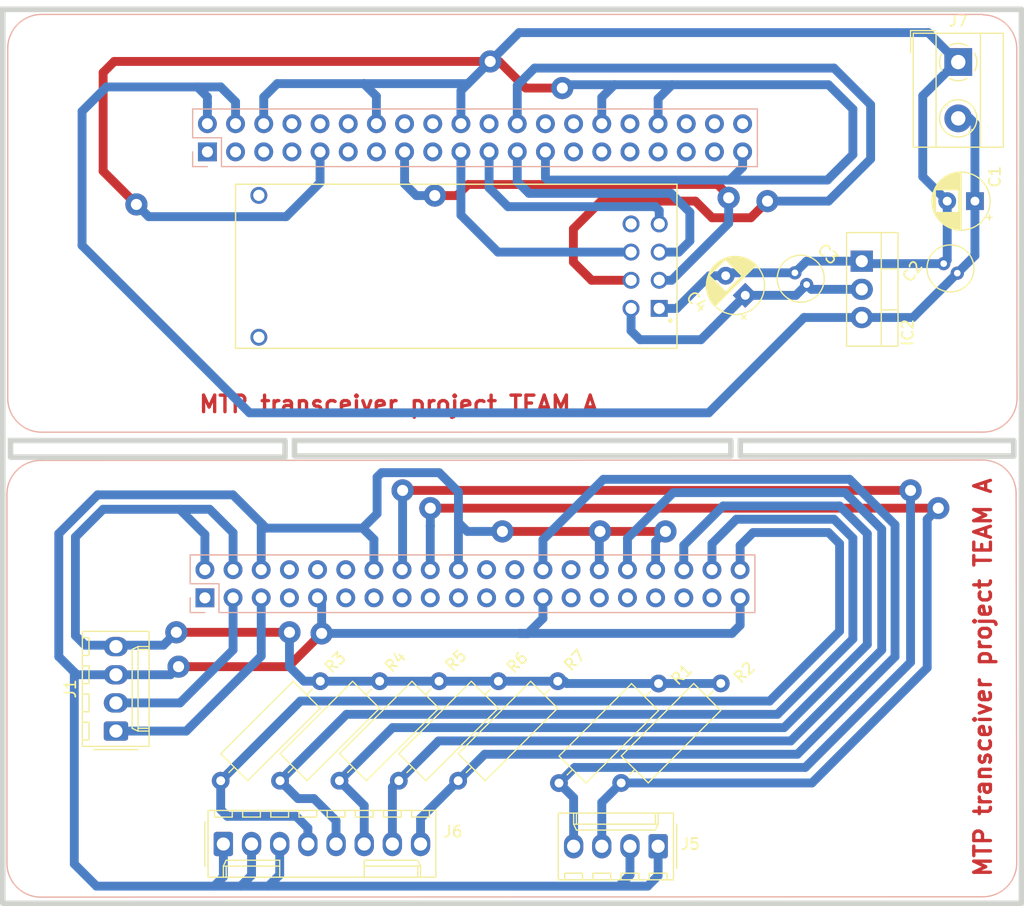
<source format=kicad_pcb>
(kicad_pcb (version 20240108) (generator "pcbnew") (generator_version "8.0")
  (title_block (date "15 nov 2012"))
  (layers (0 "F.Cu" signal) (31 "B.Cu" signal) (34 "B.Paste" user) (35 "F.Paste" user) (36 "B.SilkS" user "B.Silkscreen") (37 "F.SilkS" user "F.Silkscreen") (38 "B.Mask" user) (39 "F.Mask" user) (44 "Edge.Cuts" user))
  (net 0 "")
  (net 1 "GND")
  (net 2 "CSN")
  (net 3 "+5V")
  (net 4 "+3V3")
  (net 5 "CE")
  (net 6 "/interface/GPIO2{slash}SDA1")
  (net 7 "/interface/GPIO3{slash}SCL1")
  (net 9 "/Transceiver/GPIO18{slash}PCM.CLK")
  (net 10 "/Transceiver/GPIO26")
  (net 12 "/Transceiver/GPIO6")
  (net 13 "/Transceiver/GPIO16")
  (net 14 "/Transceiver/GPIO27")
  (net 16 "/Transceiver/GPIO24")
  (net 17 "/Transceiver/GPIO23")
  (net 18 "/Transceiver/GPIO10{slash}SPI0.MOSI")
  (net 19 "/Transceiver/GPIO4{slash}GPCLK0")
  (net 20 "/Transceiver/GPIO11{slash}SPI0.SCLK")
  (net 21 "/Transceiver/GPIO3{slash}SCL1")
  (net 22 "/Transceiver/GPIO14{slash}TXD0")
  (net 23 "/Transceiver/GPIO13{slash}PWM1")
  (net 24 "/Transceiver/GPIO19{slash}PCM.FS")
  (net 25 "/Transceiver/GPIO25")
  (net 26 "/Transceiver/GPIO9{slash}SPI0.MISO")
  (net 27 "/Transceiver/GPIO12{slash}PWM0")
  (net 28 "/Transceiver/GPIO21{slash}PCM.DOUT")
  (net 29 "/Transceiver/ID_SDA")
  (net 30 "/Transceiver/GPIO2{slash}SDA1")
  (net 31 "/Transceiver/ID_SCL")
  (net 32 "/Transceiver/GPIO7{slash}SPI0.CE1")
  (net 33 "/Transceiver/GPIO5")
  (net 34 "/Transceiver/GPIO15{slash}RXD0")
  (net 35 "/Transceiver/GPIO20{slash}PCM.DIN")
  (net 36 "/Transceiver/GPIO17")
  (net 38 "/interface/GPIO9{slash}SPI0.MISO")
  (net 39 "/interface/GPIO22")
  (net 40 "/interface/ID_SDA")
  (net 41 "/interface/GPIO19{slash}PCM.FS")
  (net 42 "/interface/GPIO20{slash}PCM.DIN")
  (net 43 "/interface/GPIO7{slash}SPI0.CE1")
  (net 44 "/interface/GPIO10{slash}SPI0.MOSI")
  (net 45 "/interface/GPIO21{slash}PCM.DOUT")
  (net 46 "/interface/ID_SCL")
  (net 47 "/interface/GPIO18{slash}PCM.CLK")
  (net 48 "/interface/GPIO25")
  (net 49 "/interface/GPIO4{slash}GPCLK0")
  (net 50 "/interface/GPIO11{slash}SPI0.SCLK")
  (net 51 "/interface/GPIO5")
  (net 52 "/interface/GPIO13{slash}PWM1")
  (net 53 "/interface/GPIO8{slash}SPI0.CE0")
  (net 54 "/interface/GPIO12{slash}PWM0")
  (net 55 "/interface/GPIO16")
  (net 56 "/interface/GPIO26")
  (net 57 "/interface/GPIO23")
  (net 58 "/interface/GPIO14{slash}TXD0")
  (net 59 "/interface/GPIO27")
  (net 60 "/interface/GPIO15{slash}RXD0")
  (net 61 "/interface/GPIO24")
  (net 62 "/interface/GPIO6")
  (net 63 "/interface/GPIO17")
  (net 65 "GND1")
  (net 66 "+5VA")
  (footprint "Resistor_THT:R_Axial_DIN0309_L9.0mm_D3.2mm_P12.70mm_Horizontal" (layer "F.Cu") (at 123.885192 182.809872 -135)
    (property "Reference" "R5" (at -2.4 0.25 45) (layer "F.SilkS"))
    (property "Value" "220")
    (pad "1" thru_hole circle (at 0 0 225) (size 1.6 1.6) (drill 0.8) (layers "*.Cu" "*.Mask") (net 66 "+5VA"))
    (pad "2" thru_hole oval (at 12.7 0 225) (size 1.6 1.6) (drill 0.8) (layers "*.Cu" "*.Mask") (net 55 "/interface/GPIO16"))
  )
  (footprint "Capacitor_THT:C_Radial_D4.0mm_H5.0mm_P1.50mm" (layer "F.Cu") (at 157.03033 147.03033 135)
    (property "Reference" "C3" (at 0.6 3.299999 135) (layer "F.SilkS"))
    (property "Value" "33uF")
    (pad "1" thru_hole circle (at 0 0 135) (size 1.2 1.2) (drill 0.6) (layers "*.Cu" "*.Mask") (net 4 "+3V3"))
    (pad "2" thru_hole circle (at 1.5 -0.000001 135) (size 1.2 1.2) (drill 0.6) (layers "*.Cu" "*.Mask") (net 1 "GND"))
  )
  (footprint "Connector_Molex:Molex_KK-254_AE-6410-04A_1x04_P2.54mm_Vertical" (layer "F.Cu") (at 94.755 187.31 90)
    (property "Reference" "J1" (at 3.81 -4.12 90) (layer "F.SilkS"))
    (property "Value" "LCD_screeen")
    (pad "1" thru_hole roundrect (at 0 0 90) (size 1.74 2.19) (drill 1.19) (layers "*.Cu" "*.Mask") (roundrect_rratio 0.143678) (net 7 "/interface/GPIO3{slash}SCL1"))
    (pad "2" thru_hole oval (at 2.54 0 90) (size 1.74 2.19) (drill 1.19) (layers "*.Cu" "*.Mask") (net 6 "/interface/GPIO2{slash}SDA1"))
    (pad "3" thru_hole oval (at 5.08 0 90) (size 1.74 2.19) (drill 1.19) (layers "*.Cu" "*.Mask") (net 65 "GND1"))
    (pad "4" thru_hole oval (at 7.62 0 90) (size 1.74 2.19) (drill 1.19) (layers "*.Cu" "*.Mask") (net 66 "+5VA"))
  )
  (footprint "Package_TO_SOT_THT:TO-220-3_Vertical" (layer "F.Cu") (at 162 144.92 -90)
    (property "Reference" "IC2" (at 6.44 -4.145 90) (layer "F.SilkS"))
    (property "Value" "LD1117v33")
    (pad "1" thru_hole rect (at 0 0 270) (size 1.905 2) (drill 1.1) (layers "*.Cu" "*.Mask") (net 1 "GND"))
    (pad "2" thru_hole oval (at 2.54 0 270) (size 1.905 2) (drill 1.1) (layers "*.Cu" "*.Mask") (net 4 "+3V3"))
    (pad "3" thru_hole oval (at 5.08 0 270) (size 1.905 2) (drill 1.1) (layers "*.Cu" "*.Mask") (net 3 "+5V"))
  )
  (footprint "Resistor_THT:R_Axial_DIN0309_L9.0mm_D3.2mm_P12.70mm_Horizontal" (layer "F.Cu") (at 134.590128 182.809872 -135)
    (property "Reference" "R7" (at -2.4 0.25 45) (layer "F.SilkS"))
    (property "Value" "220")
    (pad "1" thru_hole circle (at 0 0 225) (size 1.6 1.6) (drill 0.8) (layers "*.Cu" "*.Mask") (net 66 "+5VA"))
    (pad "2" thru_hole oval (at 12.7 0 225) (size 1.6 1.6) (drill 0.8) (layers "*.Cu" "*.Mask") (net 43 "/interface/GPIO7{slash}SPI0.CE1"))
  )
  (footprint "NRF24L01P-MODULE-PCB:XCVR_NRF24L01P-MODULE-PCB" (layer "F.Cu") (at 145.8399 137.48 180)
    (property "Reference" "U1" (hide yes))
    (property "Value" "NRF24L01P")
    (pad "1" thru_hole rect (at 2.1 -11.7 180) (size 1.524 1.524) (drill 1.016) (layers "*.Cu" "*.Mask") (net 1 "GND"))
    (pad "2" thru_hole circle (at 4.6399 -11.7 180) (size 1.524 1.524) (drill 1.016) (layers "*.Cu" "*.Mask") (net 4 "+3V3"))
    (pad "3" thru_hole circle (at 2.1 -9.16 180) (size 1.524 1.524) (drill 1.016) (layers "*.Cu" "*.Mask") (net 5 "CE"))
    (pad "4" thru_hole circle (at 4.6399 -9.16 180) (size 1.524 1.524) (drill 1.016) (layers "*.Cu" "*.Mask") (net 2 "CSN"))
    (pad "5" thru_hole circle (at 2.1 -6.62 180) (size 1.524 1.524) (drill 1.016) (layers "*.Cu" "*.Mask") (net 20 "/Transceiver/GPIO11{slash}SPI0.SCLK"))
    (pad "6" thru_hole circle (at 4.6399 -6.62 180) (size 1.524 1.524) (drill 1.016) (layers "*.Cu" "*.Mask") (net 18 "/Transceiver/GPIO10{slash}SPI0.MOSI"))
    (pad "7" thru_hole circle (at 2.1 -4.08 180) (size 1.524 1.524) (drill 1.016) (layers "*.Cu" "*.Mask") (net 26 "/Transceiver/GPIO9{slash}SPI0.MISO"))
    (pad "8" thru_hole circle (at 4.6399 -4.08 180) (size 1.524 1.524) (drill 1.016) (layers "*.Cu" "*.Mask"))
    (pad "GND" thru_hole circle (at 38.2 -14.3 180) (size 1.524 1.524) (drill 1.016) (layers "*.Cu" "*.Mask"))
    (pad "GND" thru_hole circle (at 38.2 -1.5 180) (size 1.524 1.524) (drill 1.016) (layers "*.Cu" "*.Mask"))
  )
  (footprint "Connector_Molex:Molex_KK-254_AE-6410-04A_1x04_P2.54mm_Vertical" (layer "F.Cu") (at 143.64 197.7 180)
    (property "Reference" "J5" (at -2.9 0.2 0) (layer "F.SilkS"))
    (property "Value" "Switches")
    (pad "1" thru_hole roundrect (at 0 0 180) (size 1.74 2.19) (drill 1.19) (layers "*.Cu" "*.Mask") (roundrect_rratio 0.143678) (net 65 "GND1"))
    (pad "2" thru_hole oval (at 2.54 0 180) (size 1.74 2.19) (drill 1.19) (layers "*.Cu" "*.Mask") (net 65 "GND1"))
    (pad "3" thru_hole oval (at 5.08 0 180) (size 1.74 2.19) (drill 1.19) (layers "*.Cu" "*.Mask") (net 61 "/interface/GPIO24"))
    (pad "4" thru_hole oval (at 7.62 0 180) (size 1.74 2.19) (drill 1.19) (layers "*.Cu" "*.Mask") (net 57 "/interface/GPIO23"))
  )
  (footprint "Resistor_THT:R_Axial_DIN0309_L9.0mm_D3.2mm_P12.70mm_Horizontal" (layer "F.Cu") (at 118.532724 182.809872 -135)
    (property "Reference" "R4" (at -2.25 0.25 45) (layer "F.SilkS"))
    (property "Value" "220")
    (pad "1" thru_hole circle (at 0 0 225) (size 1.6 1.6) (drill 0.8) (layers "*.Cu" "*.Mask") (net 66 "+5VA"))
    (pad "2" thru_hole oval (at 12.7 0 225) (size 1.6 1.6) (drill 0.8) (layers "*.Cu" "*.Mask") (net 42 "/interface/GPIO20{slash}PCM.DIN"))
  )
  (footprint "TerminalBlock_MetzConnect:TerminalBlock_MetzConnect_Type101_RT01602HBWC_1x02_P5.08mm_Horizontal" (layer "F.Cu") (at 170.7 126.955 -90)
    (property "Reference" "J7" (at -3.72 0 0) (layer "F.SilkS"))
    (property "Value" "Screw_Terminal_01x02")
    (pad "1" thru_hole rect (at 0 0 270) (size 2.5 2.5) (drill 1.3) (layers "*.Cu" "*.Mask") (net 1 "GND"))
    (pad "2" thru_hole circle (at 5.08 0 270) (size 2.5 2.5) (drill 1.3) (layers "*.Cu" "*.Mask") (net 3 "+5V"))
  )
  (footprint "Connector_Molex:Molex_KK-254_AE-6410-08A_1x08_P2.54mm_Vertical" (layer "F.Cu") (at 104.44 197.5)
    (property "Reference" "J6" (at 20.7 -1.125 0) (layer "F.SilkS"))
    (property "Value" "LED_status")
    (pad "1" thru_hole roundrect (at 0 0) (size 1.74 2.19) (drill 1.19) (layers "*.Cu" "*.Mask") (roundrect_rratio 0.143678) (net 65 "GND1"))
    (pad "2" thru_hole oval (at 2.54 0) (size 1.74 2.19) (drill 1.19) (layers "*.Cu" "*.Mask") (net 65 "GND1"))
    (pad "3" thru_hole oval (at 5.08 0) (size 1.74 2.19) (drill 1.19) (layers "*.Cu" "*.Mask") (net 65 "GND1"))
    (pad "4" thru_hole oval (at 7.62 0) (size 1.74 2.19) (drill 1.19) (layers "*.Cu" "*.Mask") (net 45 "/interface/GPIO21{slash}PCM.DOUT"))
    (pad "5" thru_hole oval (at 10.16 0) (size 1.74 2.19) (drill 1.19) (layers "*.Cu" "*.Mask") (net 42 "/interface/GPIO20{slash}PCM.DIN"))
    (pad "6" thru_hole oval (at 12.7 0) (size 1.74 2.19) (drill 1.19) (layers "*.Cu" "*.Mask") (net 55 "/interface/GPIO16"))
    (pad "7" thru_hole oval (at 15.24 0) (size 1.74 2.19) (drill 1.19) (layers "*.Cu" "*.Mask") (net 54 "/interface/GPIO12{slash}PWM0"))
    (pad "8" thru_hole oval (at 17.78 0) (size 1.74 2.19) (drill 1.19) (layers "*.Cu" "*.Mask") (net 43 "/interface/GPIO7{slash}SPI0.CE1"))
  )
  (footprint "Resistor_THT:R_Axial_DIN0309_L9.0mm_D3.2mm_P12.70mm_Horizontal" (layer "F.Cu") (at 129.23766 182.809872 -135)
    (property "Reference" "R6" (at -2.4 0 45) (layer "F.SilkS"))
    (property "Value" "220")
    (pad "1" thru_hole circle (at 0 0 225) (size 1.6 1.6) (drill 0.8) (layers "*.Cu" "*.Mask") (net 66 "+5VA"))
    (pad "2" thru_hole oval (at 12.7 0 225) (size 1.6 1.6) (drill 0.8) (layers "*.Cu" "*.Mask") (net 54 "/interface/GPIO12{slash}PWM0"))
  )
  (footprint "Resistor_THT:R_Axial_DIN0309_L9.0mm_D3.2mm_P12.70mm_Horizontal" (layer "F.Cu") (at 149.290128 183.009872 -135)
    (property "Reference" "R2" (at -2.199999 -0.8 45) (layer "F.SilkS"))
    (property "Value" "220")
    (pad "1" thru_hole circle (at 0 0 225) (size 1.6 1.6) (drill 0.8) (layers "*.Cu" "*.Mask") (net 66 "+5VA"))
    (pad "2" thru_hole oval (at 12.7 0 225) (size 1.6 1.6) (drill 0.8) (layers "*.Cu" "*.Mask") (net 61 "/interface/GPIO24"))
  )
  (footprint "Capacitor_THT:CP_Radial_D5.0mm_P2.50mm" (layer "F.Cu") (at 172.205113 139.5 180)
    (property "Reference" "C1" (at -1.794888 2.2 90) (layer "F.SilkS"))
    (property "Value" "10uF")
    (pad "1" thru_hole rect (at 0 0 180) (size 1.6 1.6) (drill 0.8) (layers "*.Cu" "*.Mask") (net 3 "+5V"))
    (pad "2" thru_hole circle (at 2.5 0 180) (size 1.6 1.6) (drill 0.8) (layers "*.Cu" "*.Mask") (net 1 "GND"))
  )
  (footprint "Resistor_THT:R_Axial_DIN0309_L9.0mm_D3.2mm_P12.70mm_Horizontal" (layer "F.Cu") (at 143.680256 183.019744 -135)
    (property "Reference" "R1" (at -2.05 -0.9 45) (layer "F.SilkS"))
    (property "Value" "220")
    (pad "1" thru_hole circle (at 0 0 225) (size 1.6 1.6) (drill 0.8) (layers "*.Cu" "*.Mask") (net 66 "+5VA"))
    (pad "2" thru_hole oval (at 12.7 0 225) (size 1.6 1.6) (drill 0.8) (layers "*.Cu" "*.Mask") (net 57 "/interface/GPIO23"))
  )
  (footprint "Capacitor_THT:CP_Radial_D5.0mm_P2.50mm" (layer "F.Cu") (at 151.5 148 135)
    (property "Reference" "C4" (at 2.695588 -3.504159 135) (layer "F.SilkS"))
    (property "Value" "10uF")
    (pad "1" thru_hole rect (at 0 0 135) (size 1.6 1.6) (drill 0.8) (layers "*.Cu" "*.Mask") (net 4 "+3V3"))
    (pad "2" thru_hole circle (at 2.5 0 135) (size 1.6 1.6) (drill 0.8) (layers "*.Cu" "*.Mask") (net 1 "GND"))
  )
  (footprint "Capacitor_THT:C_Radial_D4.0mm_H5.0mm_P1.50mm" (layer "F.Cu") (at 170.614364 146 145)
    (property "Reference" "C2" (at 3.4 -2.2 55) (layer "F.SilkS"))
    (property "Value" "0,47uF")
    (pad "1" thru_hole circle (at 0 0 145) (size 1.2 1.2) (drill 0.6) (layers "*.Cu" "*.Mask") (net 3 "+5V"))
    (pad "2" thru_hole circle (at 1.5 0 145) (size 1.2 1.2) (drill 0.6) (layers "*.Cu" "*.Mask") (net 1 "GND"))
  )
  (footprint "Resistor_THT:R_Axial_DIN0309_L9.0mm_D3.2mm_P12.70mm_Horizontal" (layer "F.Cu") (at 113.180256 182.809872 -135)
    (property "Reference" "R3" (at -2.15 0.25 45) (layer "F.SilkS"))
    (property "Value" "220")
    (pad "1" thru_hole circle (at 0 0 225) (size 1.6 1.6) (drill 0.8) (layers "*.Cu" "*.Mask") (net 66 "+5VA"))
    (pad "2" thru_hole oval (at 12.7 0 225) (size 1.6 1.6) (drill 0.8) (layers "*.Cu" "*.Mask") (net 45 "/interface/GPIO21{slash}PCM.DOUT"))
  )
  (footprint "Module:Raspberry_Pi_Zero_Socketed_THT_FaceDown_MountingHoles" (layer "B.Cu") (at 102.775 175.29 -90)
    (property "Reference" "J4" (hide yes))
    (property "Value" "GPIO" (hide yes))
    (pad "" np_thru_hole circle (at -1.27 -53.13 180) (size 2.75 2.75) (drill 2.75) (layers "*.Cu" "*.Mask"))
    (pad "" np_thru_hole circle (at -1.27 4.87 180) (size 2.75 2.75) (drill 2.75) (layers "*.Cu" "*.Mask"))
    (pad "" np_thru_hole circle (at 21.73 -53.13 180) (size 2.75 2.75) (drill 2.75) (layers "*.Cu" "*.Mask"))
    (pad "" np_thru_hole circle (at 21.73 4.87 180) (size 2.75 2.75) (drill 2.75) (layers "*.Cu" "*.Mask"))
    (pad "1" thru_hole rect (at 0 0 270) (size 1.7 1.7) (drill 1) (layers "*.Cu" "*.Mask"))
    (pad "2" thru_hole oval (at -2.54 0 270) (size 1.7 1.7) (drill 1) (layers "*.Cu" "*.Mask") (net 66 "+5VA"))
    (pad "3" thru_hole oval (at 0 -2.54 270) (size 1.7 1.7) (drill 1) (layers "*.Cu" "*.Mask") (net 6 "/interface/GPIO2{slash}SDA1"))
    (pad "4" thru_hole oval (at -2.54 -2.54 270) (size 1.7 1.7) (drill 1) (layers "*.Cu" "*.Mask") (net 66 "+5VA"))
    (pad "5" thru_hole oval (at 0 -5.08 270) (size 1.7 1.7) (drill 1) (layers "*.Cu" "*.Mask") (net 7 "/interface/GPIO3{slash}SCL1"))
    (pad "6" thru_hole oval (at -2.54 -5.08 270) (size 1.7 1.7) (drill 1) (layers "*.Cu" "*.Mask") (net 65 "GND1"))
    (pad "7" thru_hole oval (at 0 -7.62 270) (size 1.7 1.7) (drill 1) (layers "*.Cu" "*.Mask") (net 49 "/interface/GPIO4{slash}GPCLK0"))
    (pad "8" thru_hole oval (at -2.54 -7.62 270) (size 1.7 1.7) (drill 1) (layers "*.Cu" "*.Mask") (net 58 "/interface/GPIO14{slash}TXD0"))
    (pad "9" thru_hole oval (at 0 -10.16 270) (size 1.7 1.7) (drill 1) (layers "*.Cu" "*.Mask") (net 65 "GND1"))
    (pad "10" thru_hole oval (at -2.54 -10.16 270) (size 1.7 1.7) (drill 1) (layers "*.Cu" "*.Mask") (net 60 "/interface/GPIO15{slash}RXD0"))
    (pad "11" thru_hole oval (at 0 -12.7 270) (size 1.7 1.7) (drill 1) (layers "*.Cu" "*.Mask") (net 63 "/interface/GPIO17"))
    (pad "12" thru_hole oval (at -2.54 -12.7 270) (size 1.7 1.7) (drill 1) (layers "*.Cu" "*.Mask") (net 47 "/interface/GPIO18{slash}PCM.CLK"))
    (pad "13" thru_hole oval (at 0 -15.24 270) (size 1.7 1.7) (drill 1) (layers "*.Cu" "*.Mask") (net 59 "/interface/GPIO27"))
    (pad "14" thru_hole oval (at -2.54 -15.24 270) (size 1.7 1.7) (drill 1) (layers "*.Cu" "*.Mask") (net 65 "GND1"))
    (pad "15" thru_hole oval (at 0 -17.78 270) (size 1.7 1.7) (drill 1) (layers "*.Cu" "*.Mask") (net 39 "/interface/GPIO22"))
    (pad "16" thru_hole oval (at -2.54 -17.78 270) (size 1.7 1.7) (drill 1) (layers "*.Cu" "*.Mask") (net 57 "/interface/GPIO23"))
    (pad "17" thru_hole oval (at 0 -20.32 270) (size 1.7 1.7) (drill 1) (layers "*.Cu" "*.Mask"))
    (pad "18" thru_hole oval (at -2.54 -20.32 270) (size 1.7 1.7) (drill 1) (layers "*.Cu" "*.Mask") (net 61 "/interface/GPIO24"))
    (pad "19" thru_hole oval (at 0 -22.86 270) (size 1.7 1.7) (drill 1) (layers "*.Cu" "*.Mask") (net 44 "/interface/GPIO10{slash}SPI0.MOSI"))
    (pad "20" thru_hole oval (at -2.54 -22.86 270) (size 1.7 1.7) (drill 1) (layers "*.Cu" "*.Mask") (net 65 "GND1"))
    (pad "21" thru_hole oval (at 0 -25.4 270) (size 1.7 1.7) (drill 1) (layers "*.Cu" "*.Mask") (net 38 "/interface/GPIO9{slash}SPI0.MISO"))
    (pad "22" thru_hole oval (at -2.54 -25.4 270) (size 1.7 1.7) (drill 1) (layers "*.Cu" "*.Mask") (net 48 "/interface/GPIO25"))
    (pad "23" thru_hole oval (at 0 -27.94 270) (size 1.7 1.7) (drill 1) (layers "*.Cu" "*.Mask") (net 50 "/interface/GPIO11{slash}SPI0.SCLK"))
    (pad "24" thru_hole oval (at -2.54 -27.94 270) (size 1.7 1.7) (drill 1) (layers "*.Cu" "*.Mask") (net 53 "/interface/GPIO8{slash}SPI0.CE0"))
    (pad "25" thru_hole oval (at 0 -30.48 270) (size 1.7 1.7) (drill 1) (layers "*.Cu" "*.Mask") (net 65 "GND1"))
    (pad "26" thru_hole oval (at -2.54 -30.48 270) (size 1.7 1.7) (drill 1) (layers "*.Cu" "*.Mask") (net 43 "/interface/GPIO7{slash}SPI0.CE1"))
    (pad "27" thru_hole oval (at 0 -33.02 270) (size 1.7 1.7) (drill 1) (layers "*.Cu" "*.Mask") (net 40 "/interface/ID_SDA"))
    (pad "28" thru_hole oval (at -2.54 -33.02 270) (size 1.7 1.7) (drill 1) (layers "*.Cu" "*.Mask") (net 46 "/interface/ID_SCL"))
    (pad "29" thru_hole oval (at 0 -35.56 270) (size 1.7 1.7) (drill 1) (layers "*.Cu" "*.Mask") (net 51 "/interface/GPIO5"))
    (pad "30" thru_hole oval (at -2.54 -35.56 270) (size 1.7 1.7) (drill 1) (layers "*.Cu" "*.Mask") (net 65 "GND1"))
    (pad "31" thru_hole oval (at 0 -38.1 270) (size 1.7 1.7) (drill 1) (layers "*.Cu" "*.Mask") (net 62 "/interface/GPIO6"))
    (pad "32" thru_hole oval (at -2.54 -38.1 270) (size 1.7 1.7) (drill 1) (layers "*.Cu" "*.Mask") (net 54 "/interface/GPIO12{slash}PWM0"))
    (pad "33" thru_hole oval (at 0 -40.64 270) (size 1.7 1.7) (drill 1) (layers "*.Cu" "*.Mask") (net 52 "/interface/GPIO13{slash}PWM1"))
    (pad "34" thru_hole oval (at -2.54 -40.64 270) (size 1.7 1.7) (drill 1) (layers "*.Cu" "*.Mask") (net 65 "GND1"))
    (pad "35" thru_hole oval (at 0 -43.18 270) (size 1.7 1.7) (drill 1) (layers "*.Cu" "*.Mask") (net 41 "/interface/GPIO19{slash}PCM.FS"))
    (pad "36" thru_hole oval (at -2.54 -43.18 270) (size 1.7 1.7) (drill 1) (layers "*.Cu" "*.Mask") (net 55 "/interface/GPIO16"))
    (pad "37" thru_hole oval (at 0 -45.72 270) (size 1.7 1.7) (drill 1) (layers "*.Cu" "*.Mask") (net 56 "/interface/GPIO26"))
    (pad "38" thru_hole oval (at -2.54 -45.72 270) (size 1.7 1.7) (drill 1) (layers "*.Cu" "*.Mask") (net 42 "/interface/GPIO20{slash}PCM.DIN"))
    (pad "39" thru_hole oval (at 0 -48.26 270) (size 1.7 1.7) (drill 1) (layers "*.Cu" "*.Mask") (net 65 "GND1"))
    (pad "40" thru_hole oval (at -2.54 -48.26 270) (size 1.7 1.7) (drill 1) (layers "*.Cu" "*.Mask") (net 45 "/interface/GPIO21{slash}PCM.DOUT"))
  )
  (footprint "Module:Raspberry_Pi_Zero_Socketed_THT_FaceDown_MountingHoles" (layer "B.Cu") (at 102.999064 135.057077 -90)
    (property "Reference" "J3" (hide yes))
    (property "Value" "GPIO" (hide yes))
    (pad "" np_thru_hole circle (at -1.27 -53.13 180) (size 2.75 2.75) (drill 2.75) (layers "*.Cu" "*.Mask"))
    (pad "" np_thru_hole circle (at -1.27 4.87 180) (size 2.75 2.75) (drill 2.75) (layers "*.Cu" "*.Mask"))
    (pad "" np_thru_hole circle (at 21.73 -53.13 180) (size 2.75 2.75) (drill 2.75) (layers "*.Cu" "*.Mask"))
    (pad "" np_thru_hole circle (at 21.73 4.87 180) (size 2.75 2.75) (drill 2.75) (layers "*.Cu" "*.Mask"))
    (pad "1" thru_hole rect (at 0 0 270) (size 1.7 1.7) (drill 1) (layers "*.Cu" "*.Mask"))
    (pad "2" thru_hole oval (at -2.54 0 270) (size 1.7 1.7) (drill 1) (layers "*.Cu" "*.Mask") (net 3 "+5V"))
    (pad "3" thru_hole oval (at 0 -2.54 270) (size 1.7 1.7) (drill 1) (layers "*.Cu" "*.Mask") (net 30 "/Transceiver/GPIO2{slash}SDA1"))
    (pad "4" thru_hole oval (at -2.54 -2.54 270) (size 1.7 1.7) (drill 1) (layers "*.Cu" "*.Mask") (net 3 "+5V"))
    (pad "5" thru_hole oval (at 0 -5.08 270) (size 1.7 1.7) (drill 1) (layers "*.Cu" "*.Mask") (net 21 "/Transceiver/GPIO3{slash}SCL1"))
    (pad "6" thru_hole oval (at -2.54 -5.08 270) (size 1.7 1.7) (drill 1) (layers "*.Cu" "*.Mask") (net 1 "GND"))
    (pad "7" thru_hole oval (at 0 -7.62 270) (size 1.7 1.7) (drill 1) (layers "*.Cu" "*.Mask") (net 19 "/Transceiver/GPIO4{slash}GPCLK0"))
    (pad "8" thru_hole oval (at -2.54 -7.62 270) (size 1.7 1.7) (drill 1) (layers "*.Cu" "*.Mask") (net 22 "/Transceiver/GPIO14{slash}TXD0"))
    (pad "9" thru_hole oval (at 0 -10.16 270) (size 1.7 1.7) (drill 1) (layers "*.Cu" "*.Mask") (net 1 "GND"))
    (pad "10" thru_hole oval (at -2.54 -10.16 270) (size 1.7 1.7) (drill 1) (layers "*.Cu" "*.Mask") (net 34 "/Transceiver/GPIO15{slash}RXD0"))
    (pad "11" thru_hole oval (at 0 -12.7 270) (size 1.7 1.7) (drill 1) (layers "*.Cu" "*.Mask") (net 36 "/Transceiver/GPIO17"))
    (pad "12" thru_hole oval (at -2.54 -12.7 270) (size 1.7 1.7) (drill 1) (layers "*.Cu" "*.Mask") (net 9 "/Transceiver/GPIO18{slash}PCM.CLK"))
    (pad "13" thru_hole oval (at 0 -15.24 270) (size 1.7 1.7) (drill 1) (layers "*.Cu" "*.Mask") (net 14 "/Transceiver/GPIO27"))
    (pad "14" thru_hole oval (at -2.54 -15.24 270) (size 1.7 1.7) (drill 1) (layers "*.Cu" "*.Mask") (net 1 "GND"))
    (pad "15" thru_hole oval (at 0 -17.78 270) (size 1.7 1.7) (drill 1) (layers "*.Cu" "*.Mask") (net 5 "CE"))
    (pad "16" thru_hole oval (at -2.54 -17.78 270) (size 1.7 1.7) (drill 1) (layers "*.Cu" "*.Mask") (net 17 "/Transceiver/GPIO23"))
    (pad "17" thru_hole oval (at 0 -20.32 270) (size 1.7 1.7) (drill 1) (layers "*.Cu" "*.Mask"))
    (pad "18" thru_hole oval (at -2.54 -20.32 270) (size 1.7 1.7) (drill 1) (layers "*.Cu" "*.Mask") (net 16 "/Transceiver/GPIO24"))
    (pad "19" thru_hole oval (at 0 -22.86 270) (size 1.7 1.7) (drill 1) (layers "*.Cu" "*.Mask") (net 18 "/Transceiver/GPIO10{slash}SPI0.MOSI"))
    (pad "20" thru_hole oval (at -2.54 -22.86 270) (size 1.7 1.7) (drill 1) (layers "*.Cu" "*.Mask") (net 1 "GND"))
    (pad "21" thru_hole oval (at 0 -25.4 270) (size 1.7 1.7) (drill 1) (layers "*.Cu" "*.Mask") (net 26 "/Transceiver/GPIO9{slash}SPI0.MISO"))
    (pad "22" thru_hole oval (at -2.54 -25.4 270) (size 1.7 1.7) (drill 1) (layers "*.Cu" "*.Mask") (net 25 "/Transceiver/GPIO25"))
    (pad "23" thru_hole oval (at 0 -27.94 270) (size 1.7 1.7) (drill 1) (layers "*.Cu" "*.Mask") (net 20 "/Transceiver/GPIO11{slash}SPI0.SCLK"))
    (pad "24" thru_hole oval (at -2.54 -27.94 270) (size 1.7 1.7) (drill 1) (layers "*.Cu" "*.Mask") (net 2 "CSN"))
    (pad "25" thru_hole oval (at 0 -30.48 270) (size 1.7 1.7) (drill 1) (layers "*.Cu" "*.Mask") (net 1 "GND"))
    (pad "26" thru_hole oval (at -2.54 -30.48 270) (size 1.7 1.7) (drill 1) (layers "*.Cu" "*.Mask") (net 32 "/Transceiver/GPIO7{slash}SPI0.CE1"))
    (pad "27" thru_hole oval (at 0 -33.02 270) (size 1.7 1.7) (drill 1) (layers "*.Cu" "*.Mask") (net 29 "/Transceiver/ID_SDA"))
    (pad "28" thru_hole oval (at -2.54 -33.02 270) (size 1.7 1.7) (drill 1) (layers "*.Cu" "*.Mask") (net 31 "/Transceiver/ID_SCL"))
    (pad "29" thru_hole oval (at 0 -35.56 270) (size 1.7 1.7) (drill 1) (layers "*.Cu" "*.Mask") (net 33 "/Transceiver/GPIO5"))
    (pad "30" thru_hole oval (at -2.54 -35.56 270) (size 1.7 1.7) (drill 1) (layers "*.Cu" "*.Mask") (net 1 "GND"))
    (pad "31" thru_hole oval (at 0 -38.1 270) (size 1.7 1.7) (drill 1) (layers "*.Cu" "*.Mask") (net 12 "/Transceiver/GPIO6"))
    (pad "32" thru_hole oval (at -2.54 -38.1 270) (size 1.7 1.7) (drill 1) (layers "*.Cu" "*.Mask") (net 27 "/Transceiver/GPIO12{slash}PWM0"))
    (pad "33" thru_hole oval (at 0 -40.64 270) (size 1.7 1.7) (drill 1) (layers "*.Cu" "*.Mask") (net 23 "/Transceiver/GPIO13{slash}PWM1"))
    (pad "34" thru_hole oval (at -2.54 -40.64 270) (size 1.7 1.7) (drill 1) (layers "*.Cu" "*.Mask") (net 1 "GND"))
    (pad "35" thru_hole oval (at 0 -43.18 270) (size 1.7 1.7) (drill 1) (layers "*.Cu" "*.Mask") (net 24 "/Transceiver/GPIO19{slash}PCM.FS"))
    (pad "36" thru_hole oval (at -2.54 -43.18 270) (size 1.7 1.7) (drill 1) (layers "*.Cu" "*.Mask") (net 13 "/Transceiver/GPIO16"))
    (pad "37" thru_hole oval (at 0 -45.72 270) (size 1.7 1.7) (drill 1) (layers "*.Cu" "*.Mask") (net 10 "/Transceiver/GPIO26"))
    (pad "38" thru_hole oval (at -2.54 -45.72 270) (size 1.7 1.7) (drill 1) (layers "*.Cu" "*.Mask") (net 35 "/Transceiver/GPIO20{slash}PCM.DIN"))
    (pad "39" thru_hole oval (at 0 -48.26 270) (size 1.7 1.7) (drill 1) (layers "*.Cu" "*.Mask") (net 1 "GND"))
    (pad "40" thru_hole oval (at -2.54 -48.26 270) (size 1.7 1.7) (drill 1) (layers "*.Cu" "*.Mask") (net 28 "/Transceiver/GPIO21{slash}PCM.DOUT"))
  )
  (gr_rect (start 151.05 161.1) (end 175.7 162.5) (stroke (width 0.5)) (fill none) (layer "Edge.Cuts"))
  (gr_rect (start 84.55 122.2) (end 176.4 202.85) (stroke (width 0.5)) (fill none) (layer "Edge.Cuts"))
  (gr_rect (start 110.85 161.1) (end 150.2 162.5) (stroke (width 0.5)) (fill none) (layer "Edge.Cuts"))
  (gr_rect (start 85.25 161.1) (end 110 162.6) (stroke (width 0.5)) (fill none) (layer "Edge.Cuts"))
  (gr_text "MTP transceiver project TEAM A " (at 102.1 158.7 0) (layer "F.Cu") (effects (font (size 1.5 1.5) (thickness 0.3) (bold yes)) (justify left bottom)))
  (gr_text "MTP transceiver project TEAM A " (at 173.8 200.6 90) (layer "F.Cu") (effects (font (size 1.5 1.5) (thickness 0.3) (bold yes)) (justify left bottom)))
  (segment (start 128.5 126.9) (end 94.6 126.9) (width 0.8) (layer "F.Cu") (net 1))
  (segment (start 131.7 129.3) (end 135 129.3) (width 0.8) (layer "F.Cu") (net 1))
  (segment (start 93.6 136.8) (end 96.6 139.8) (width 0.8) (layer "F.Cu") (net 1))
  (segment (start 94.6 126.9) (end 93.6 127.9) (width 0.8) (layer "F.Cu") (net 1))
  (segment (start 129.3 126.9) (end 131.7 129.3) (width 0.8) (layer "F.Cu") (net 1))
  (segment (start 128.5 126.9) (end 129.3 126.9) (width 0.8) (layer "F.Cu") (net 1))
  (segment (start 93.6 127.9) (end 93.6 136.8) (width 0.8) (layer "F.Cu") (net 1))
  (via (at 96.6 139.8) (size 2) (drill 1) (layers "F.Cu" "B.Cu") (net 1))
  (via (at 135 129.3) (size 2) (drill 1) (layers "F.Cu" "B.Cu") (net 1))
  (via (at 128.5 126.9) (size 2) (drill 1) (layers "F.Cu" "B.Cu") (net 1))
  (segment (start 109.3 128.9) (end 108.079064 130.120936) (width 0.8) (layer "B.Cu") (net 1))
  (segment (start 139.7 129) (end 135.3 129) (width 0.8) (layer "B.Cu") (net 1))
  (segment (start 161.2 135.3) (end 158.9 137.6) (width 0.8) (layer "B.Cu") (net 1))
  (segment (start 145.32 149.18) (end 143.7399 149.18) (width 0.8) (layer "B.Cu") (net 1))
  (segment (start 150.1 137.6) (end 149.6 137.6) (width 0.8) (layer "B.Cu") (net 1))
  (segment (start 133.7 137.6) (end 149.6 137.6) (width 0.8) (layer "B.Cu") (net 1))
  (segment (start 118.239064 132.517077) (end 118.239064 130.039064) (width 0.8) (layer "B.Cu") (net 1))
  (segment (start 143.639064 132.517077) (end 143.639064 130.260936) (width 0.8) (layer "B.Cu") (net 1))
  (segment (start 128.5 126.9) (end 131.1 124.3) (width 0.8) (layer "B.Cu") (net 1))
  (segment (start 139.7 129) (end 144.9 129) (width 0.8) (layer "B.Cu") (net 1))
  (segment (start 113.159064 137.840936) (end 110.1 140.9) (width 0.8) (layer "B.Cu") (net 1))
  (segment (start 117.1 128.9) (end 126.4 128.9) (width 0.8) (layer "B.Cu") (net 1))
  (segment (start 126.4 128.9) (end 126.45 128.95) (width 0.8) (layer "B.Cu") (net 1))
  (segment (start 118.239064 130.039064) (end 117.1 128.9) (width 0.8) (layer "B.Cu") (net 1))
  (segment (start 117.1 128.9) (end 109.3 128.9) (width 0.8) (layer "B.Cu") (net 1))
  (segment (start 108.079064 130.120936) (end 108.079064 132.517077) (width 0.8) (layer "B.Cu") (net 1))
  (segment (start 151.259064 135.057077) (end 151.259064 136.440936) (width 0.8) (layer "B.Cu") (net 1))
  (segment (start 138.559064 132.517077) (end 138.559064 130.140936) (width 0.8) (layer "B.Cu") (net 1))
  (segment (start 135.3 129) (end 135 129.3) (width 0.8) (layer "B.Cu") (net 1))
  (segment (start 149.994795 145.969671) (end 149.732233 146.232233) (width 0.8) (layer "B.Cu") (net 1))
  (segment (start 149.732233 146.232233) (end 148.267767 146.232233) (width 0.8) (layer "B.Cu") (net 1))
  (segment (start 131.1 124.3) (end 168 124.3) (width 0.8) (layer "B.Cu") (net 1))
  (segment (start 133.479064 137.379064) (end 133.7 137.6) (width 0.8) (layer "B.Cu") (net 1))
  (segment (start 148.267767 146.232233) (end 145.32 149.18) (width 0.8) (layer "B.Cu") (net 1))
  (segment (start 169.385636 145.139635) (end 162.219635 145.139635) (width 0.8) (layer "B.Cu") (net 1))
  (segment (start 167.5 137.294887) (end 169.705113 139.5) (width 0.8) (layer "B.Cu") (net 1))
  (segment (start 167.5 130) (end 167.5 137.294887) (width 0.8) (layer "B.Cu") (net 1))
  (segment (start 133.479064 135.057077) (end 133.479064 137.379064) (width 0.8) (layer "B.Cu") (net 1))
  (segment (start 169.705113 139.5) (end 169.705113 144.820158) (width 0.8) (layer "B.Cu") (net 1))
  (segment (start 110.1 140.9) (end 97.7 140.9) (width 0.8) (layer "B.Cu") (net 1))
  (segment (start 168 124.3) (end 170.655 126.955) (width 0.8) (layer "B.Cu") (net 1))
  (segment (start 138.559064 130.140936) (end 139.7 129) (width 0.8) (layer "B.Cu") (net 1))
  (segment (start 170.7 126.955) (end 170.545 126.955) (width 0.8) (layer "B.Cu") (net 1))
  (segment (start 169.705113 144.820158) (end 169.385636 145.139635) (width 0.8) (layer "B.Cu") (net 1))
  (segment (start 170.655 126.955) (end 170.7 126.955) (width 0.8) (layer "B.Cu") (net 1))
  (segment (start 162.219635 145.139635) (end 162 144.92) (width 0.8) (layer "B.Cu") (net 1))
  (segment (start 155.969669 145.969671) (end 149.994795 145.969671) (width 0.8) (layer "B.Cu") (net 1))
  (segment (start 126.45 128.95) (end 128.5 126.9) (width 0.8) (layer "B.Cu") (net 1))
  (segment (start 170.545 126.955) (end 167.5 130) (width 0.8) (layer "B.Cu") (net 1))
  (segment (start 151.259064 136.440936) (end 150.1 137.6) (width 0.8) (layer "B.Cu") (net 1))
  (segment (start 162 144.92) (end 157.01934 144.92) (width 0.8) (layer "B.Cu") (net 1))
  (segment (start 143.639064 130.260936) (end 144.9 129) (width 0.8) (layer "B.Cu") (net 1))
  (segment (start 113.159064 135.057077) (end 113.159064 137.840936) (width 0.8) (layer "B.Cu") (net 1))
  (segment (start 125.859064 132.517077) (end 125.859064 129.540936) (width 0.8) (layer "B.Cu") (net 1))
  (segment (start 144.9 129) (end 159 129) (width 0.8) (layer "B.Cu") (net 1))
  (segment (start 158.9 137.6) (end 150.1 137.6) (width 0.8) (layer "B.Cu") (net 1))
  (segment (start 159 129) (end 161.2 131.2) (width 0.8) (layer "B.Cu") (net 1))
  (segment (start 125.859064 129.540936) (end 126.45 128.95) (width 0.8) (layer "B.Cu") (net 1))
  (segment (start 161.2 131.2) (end 161.2 135.3) (width 0.8) (layer "B.Cu") (net 1))
  (segment (start 97.7 140.9) (end 96.6 139.8) (width 0.8) (layer "B.Cu") (net 1))
  (segment (start 157.01934 144.92) (end 155.969669 145.969671) (width 0.8) (layer "B.Cu") (net 1))
  (segment (start 153.5 139.5) (end 152 141) (width 0.8) (layer "F.Cu") (net 2))
  (segment (start 148.5 141) (end 147 139.5) (width 0.8) (layer "F.Cu") (net 2))
  (segment (start 152 141) (end 148.5 141) (width 0.8) (layer "F.Cu") (net 2))
  (segment (start 137.64 146.64) (end 141.2 146.64) (width 0.8) (layer "F.Cu") (net 2))
  (segment (start 136 142) (end 136 145) (width 0.8) (layer "F.Cu") (net 2))
  (segment (start 147 139.5) (end 138.5 139.5) (width 0.8) (layer "F.Cu") (net 2))
  (segment (start 136 145) (end 137.64 146.64) (width 0.8) (layer "F.Cu") (net 2))
  (segment (start 138.5 139.5) (end 136 142) (width 0.8) (layer "F.Cu") (net 2))
  (via (at 153.5 139.5) (size 2) (drill 1) (layers "F.Cu" "B.Cu") (net 2))
  (segment (start 162.8 135.7) (end 162.8 130.8) (width 0.8) (layer "B.Cu") (net 2))
  (segment (start 159 139.5) (end 162.8 135.7) (width 0.8) (layer "B.Cu") (net 2))
  (segment (start 159.5 127.5) (end 132.5 127.5) (width 0.8) (layer "B.Cu") (net 2))
  (segment (start 153.5 139.5) (end 159 139.5) (width 0.8) (layer "B.Cu") (net 2))
  (segment (start 130.939064 129.060936) (end 130.939064 132.517077) (width 0.8) (layer "B.Cu") (net 2))
  (segment (start 132.5 127.5) (end 130.939064 129.060936) (width 0.8) (layer "B.Cu") (net 2))
  (segment (start 162.8 130.8) (end 159.5 127.5) (width 0.8) (layer "B.Cu") (net 2))
  (segment (start 93.9 129.2) (end 102.1 129.2) (width 0.8) (layer "B.Cu") (net 3))
  (segment (start 91.7 143.5) (end 91.7 131.4) (width 0.8) (layer "B.Cu") (net 3))
  (segment (start 170.614364 146) (end 172.205113 144.409251) (width 0.8) (layer "B.Cu") (net 3))
  (segment (start 102.999064 130.700936) (end 103 130.7) (width 0.8) (layer "B.Cu") (net 3))
  (segment (start 162 150) (end 166.614364 150) (width 0.8) (layer "B.Cu") (net 3))
  (segment (start 104.2 129.2) (end 105.539064 130.539064) (width 0.8) (layer "B.Cu") (net 3))
  (segment (start 105.539064 130.539064) (end 105.539064 132.517077) (width 0.8) (layer "B.Cu") (net 3))
  (segment (start 172.205113 144.409251) (end 172.205113 139.5) (width 0.8) (layer "B.Cu") (net 3))
  (segment (start 148.2 158.6) (end 106.8 158.6) (width 0.8) (layer "B.Cu") (net 3))
  (segment (start 106.8 158.6) (end 91.7 143.5) (width 0.8) (layer "B.Cu") (net 3))
  (segment (start 171.740113 132.035) (end 170.7 132.035) (width 0.8) (layer "B.Cu") (net 3))
  (segment (start 102.1 129.2) (end 104.2 129.2) (width 0.8) (layer "B.Cu") (net 3))
  (segment (start 103 130.7) (end 103 130.1) (width 0.8) (layer "B.Cu") (net 3))
  (segment (start 103 130.1) (end 102.1 129.2) (width 0.8) (layer "B.Cu") (net 3))
  (segment (start 172.205113 132.5) (end 171.740113 132.035) (width 0.8) (layer "B.Cu") (net 3))
  (segment (start 166.614364 150) (end 170.614364 146) (width 0.8) (layer "B.Cu") (net 3))
  (segment (start 172.205113 139.5) (end 172.205113 132.5) (width 0.8) (layer "B.Cu") (net 3))
  (segment (start 156.8 150) (end 148.2 158.6) (width 0.8) (layer "B.Cu") (net 3))
  (segment (start 162 150) (end 156.8 150) (width 0.8) (layer "B.Cu") (net 3))
  (segment (start 102.999064 132.517077) (end 102.999064 130.700936) (width 0.8) (layer "B.Cu") (net 3))
  (segment (start 91.7 131.4) (end 93.9 129.2) (width 0.8) (layer "B.Cu") (net 3))
  (segment (start 157.03033 147.03033) (end 156.06066 148) (width 0.8) (layer "B.Cu") (net 4))
  (segment (start 141.2 151.2) (end 142 152) (width 0.8) (layer "B.Cu") (net 4))
  (segment (start 141.2 149.18) (end 141.2 151.2) (width 0.8) (layer "B.Cu") (net 4))
  (segment (start 147.5 152) (end 151.5 148) (width 0.8) (layer "B.Cu") (net 4))
  (segment (start 142 152) (end 147.5 152) (width 0.8) (layer "B.Cu") (net 4))
  (segment (start 162 147.46) (end 157.46 147.46) (width 0.8) (layer "B.Cu") (net 4))
  (segment (start 157.46 147.46) (end 157.03033 147.03033) (width 0.8) (layer "B.Cu") (net 4))
  (segment (start 156.06066 148) (end 151.5 148) (width 0.8) (layer "B.Cu") (net 4))
  (segment (start 150 139) (end 149 138) (width 0.8) (layer "F.Cu") (net 5))
  (segment (start 126.5 138) (end 125.5 139) (width 0.8) (layer "F.Cu") (net 5))
  (segment (start 125.5 139) (end 123.5 139) (width 0.8) (layer "F.Cu") (net 5))
  (segment (start 149 138) (end 126.5 138) (width 0.8) (layer "F.Cu") (net 5))
  (segment (start 150 139.2) (end 150 139) (width 0.8) (layer "F.Cu") (net 5))
  (via (at 150 139.2) (size 2) (drill 1) (layers "F.Cu" "B.Cu") (net 5))
  (via (at 123.5 139) (size 2) (drill 1) (layers "F.Cu" "B.Cu") (net 5))
  (segment (start 144.86 146.64) (end 143.7399 146.64) (width 0.8) (layer "B.Cu") (net 5))
  (segment (start 150 139.2) (end 150 141.5) (width 0.8) (layer "B.Cu") (net 5))
  (segment (start 150 141.5) (end 144.86 146.64) (width 0.8) (layer "B.Cu") (net 5))
  (segment (start 120.779064 137.941806) (end 120.779064 135.057077) (width 0.8) (layer "B.Cu") (net 5))
  (segment (start 121.837258 139) (end 120.779064 137.941806) (width 0.8) (layer "B.Cu") (net 5))
  (segment (start 123.5 139) (end 121.837258 139) (width 0.8) (layer "B.Cu") (net 5))
  (segment (start 100.53 184.77) (end 100.65 184.65) (width 0.8) (layer "B.Cu") (net 6))
  (segment (start 100.65 184.65) (end 105.315 179.985) (width 0.8) (layer "B.Cu") (net 6))
  (segment (start 94.755 184.77) (end 100.53 184.77) (width 0.8) (layer "B.Cu") (net 6))
  (segment (start 105.315 179.985) (end 105.315 175.29) (width 0.8) (layer "B.Cu") (net 6))
  (segment (start 107.855 180.545) (end 107.855 175.29) (width 0.8) (layer "B.Cu") (net 7))
  (segment (start 94.755 187.31) (end 101.09 187.31) (width 0.8) (layer "B.Cu") (net 7))
  (segment (start 101.09 187.31) (end 101.45 186.95) (width 0.8) (layer "B.Cu") (net 7))
  (segment (start 101.45 186.95) (end 107.855 180.545) (width 0.8) (layer "B.Cu") (net 7))
  (segment (start 129.2 144.1) (end 125.859064 140.759064) (width 0.8) (layer "B.Cu") (net 18))
  (segment (start 141.2 144.1) (end 129.2 144.1) (width 0.8) (layer "B.Cu") (net 18))
  (segment (start 125.859064 140.759064) (end 125.859064 135.057077) (width 0.8) (layer "B.Cu") (net 18))
  (segment (start 130.939064 137.739064) (end 132 138.8) (width 0.8) (layer "B.Cu") (net 20))
  (segment (start 132 138.8) (end 144.8 138.8) (width 0.8) (layer "B.Cu") (net 20))
  (segment (start 146.5 140.5) (end 146.5 143.1) (width 0.8) (layer "B.Cu") (net 20))
  (segment (start 144.8 138.8) (end 146.5 140.5) (width 0.8) (layer "B.Cu") (net 20))
  (segment (start 145.5 144.1) (end 143.7399 144.1) (width 0.8) (layer "B.Cu") (net 20))
  (segment (start 130.939064 135.057077) (end 130.939064 137.739064) (width 0.8) (layer "B.Cu") (net 20))
  (segment (start 146.5 143.1) (end 145.5 144.1) (width 0.8) (layer "B.Cu") (net 20))
  (segment (start 143.7399 141.56) (end 143.7399 140.3399) (width 0.8) (layer "B.Cu") (net 26))
  (segment (start 143.4 140) (end 130.1 140) (width 0.8) (layer "B.Cu") (net 26))
  (segment (start 128.399064 138.299064) (end 128.399064 135.057077) (width 0.8) (layer "B.Cu") (net 26))
  (segment (start 143.7399 140.3399) (end 143.4 140) (width 0.8) (layer "B.Cu") (net 26))
  (segment (start 130.1 140) (end 128.399064 138.299064) (width 0.8) (layer "B.Cu") (net 26))
  (segment (start 109.552468 191.790128) (end 115.542596 185.8) (width 0.8) (layer "B.Cu") (net 42))
  (segment (start 114.6 195.4) (end 112.6 193.4) (width 0.8) (layer "B.Cu") (net 42))
  (segment (start 114.6 197.5) (end 114.6 195.4) (width 0.8) (layer "B.Cu") (net 42))
  (segment (start 111.16234 193.4) (end 109.552468 191.790128) (width 0.8) (layer "B.Cu") (net 42))
  (segment (start 161.2 179) (end 161.2 169.9) (width 0.8) (layer "B.Cu") (net 42))
  (segment (start 150.7 168.2) (end 148.495 170.405) (width 0.8) (layer "B.Cu") (net 42))
  (segment (start 115.542596 185.8) (end 154.4 185.8) (width 0.8) (layer "B.Cu") (net 42))
  (segment (start 154.4 185.8) (end 161.2 179) (width 0.8) (layer "B.Cu") (net 42))
  (segment (start 112.6 193.4) (end 111.16234 193.4) (width 0.8) (layer "B.Cu") (net 42))
  (segment (start 161.2 169.9) (end 159.5 168.2) (width 0.8) (layer "B.Cu") (net 42))
  (segment (start 148.495 170.405) (end 148.495 172.75) (width 0.8) (layer "B.Cu") (net 42))
  (segment (start 159.5 168.2) (end 150.7 168.2) (width 0.8) (layer "B.Cu") (net 42))
  (segment (start 160.9 164.6) (end 138.7 164.6) (width 0.8) (layer "B.Cu") (net 43))
  (segment (start 122.22 197.5) (end 122.22 195.18) (width 0.8) (layer "B.Cu") (net 43))
  (segment (start 156.2 189.4) (end 165 180.6) (width 0.8) (layer "B.Cu") (net 43))
  (segment (start 138.7 164.6) (end 133.255 170.045) (width 0.8) (layer "B.Cu") (net 43))
  (segment (start 165 168.7) (end 160.9 164.6) (width 0.8) (layer "B.Cu") (net 43))
  (segment (start 128 189.4) (end 156.2 189.4) (width 0.8) (layer "B.Cu") (net 43))
  (segment (start 165 180.6) (end 165 168.7) (width 0.8) (layer "B.Cu") (net 43))
  (segment (start 125.609872 191.790128) (end 128 189.4) (width 0.8) (layer "B.Cu") (net 43))
  (segment (start 133.255 170.045) (end 133.255 172.75) (width 0.8) (layer "B.Cu") (net 43))
  (segment (start 122.22 195.18) (end 125.609872 191.790128) (width 0.8) (layer "B.Cu") (net 43))
  (segment (start 104.8 195) (end 104.2 194.4) (width 0.8) (layer "B.Cu") (net 45))
  (segment (start 160 178.3) (end 153.7 184.6) (width 0.8) (layer "B.Cu") (net 45))
  (segment (start 152.2 169.4) (end 159 169.4) (width 0.8) (layer "B.Cu") (net 45))
  (segment (start 111.390128 184.6) (end 104.2 191.790128) (width 0.8) (layer "B.Cu") (net 45))
  (segment (start 151.035 172.75) (end 151.035 170.565) (width 0.8) (layer "B.Cu") (net 45))
  (segment (start 111 195) (end 104.8 195) (width 0.8) (layer "B.Cu") (net 45))
  (segment (start 160 170.4) (end 160 178.3) (width 0.8) (layer "B.Cu") (net 45))
  (segment (start 151.035 170.565) (end 152.2 169.4) (width 0.8) (layer "B.Cu") (net 45))
  (segment (start 153.7 184.6) (end 111.390128 184.6) (width 0.8) (layer "B.Cu") (net 45))
  (segment (start 159 169.4) (end 160 170.4) (width 0.8) (layer "B.Cu") (net 45))
  (segment (start 112.06 197.5) (end 112.06 196.06) (width 0.8) (layer "B.Cu") (net 45))
  (segment (start 112.06 196.06) (end 111 195) (width 0.8) (layer "B.Cu") (net 45))
  (segment (start 104.2 194.4) (end 104.2 191.790128) (width 0.8) (layer "B.Cu") (net 45))
  (segment (start 123.847532 188.2) (end 155.6 188.2) (width 0.8) (layer "B.Cu") (net 54))
  (segment (start 140.875 169.925) (end 140.875 172.75) (width 0.8) (layer "B.Cu") (net 54))
  (segment (start 119.68 192.367532) (end 120.257404 191.790128) (width 0.8) (layer "B.Cu") (net 54))
  (segment (start 163.8 180) (end 163.8 169.1) (width 0.8) (layer "B.Cu") (net 54))
  (segment (start 119.68 197.5) (end 119.68 192.367532) (width 0.8) (layer "B.Cu") (net 54))
  (segment (start 155.6 188.2) (end 163.8 180) (width 0.8) (layer "B.Cu") (net 54))
  (segment (start 145 165.8) (end 140.875 169.925) (width 0.8) (layer "B.Cu") (net 54))
  (segment (start 160.5 165.8) (end 145 165.8) (width 0.8) (layer "B.Cu") (net 54))
  (segment (start 120.257404 191.790128) (end 123.847532 188.2) (width 0.8) (layer "B.Cu") (net 54))
  (segment (start 163.8 169.1) (end 160.5 165.8) (width 0.8) (layer "B.Cu") (net 54))
  (segment (start 160 167) (end 149.5 167) (width 0.8) (layer "B.Cu") (net 55))
  (segment (start 119.695064 187) (end 155 187) (width 0.8) (layer "B.Cu") (net 55))
  (segment (start 155 187) (end 162.5 179.5) (width 0.8) (layer "B.Cu") (net 55))
  (segment (start 117.14 194.025192) (end 114.904936 191.790128) (width 0.8) (layer "B.Cu") (net 55))
  (segment (start 117.14 197.5) (end 117.14 194.025192) (width 0.8) (layer "B.Cu") (net 55))
  (segment (start 145.955 170.545) (end 145.955 172.75) (width 0.8) (layer "B.Cu") (net 55))
  (segment (start 114.904936 191.790128) (end 119.695064 187) (width 0.8) (layer "B.Cu") (net 55))
  (segment (start 162.5 179.5) (end 162.5 169.5) (width 0.8) (layer "B.Cu") (net 55))
  (segment (start 162.5 169.5) (end 160 167) (width 0.8) (layer "B.Cu") (net 55))
  (segment (start 149.5 167) (end 145.955 170.545) (width 0.8) (layer "B.Cu") (net 55))
  (segment (start 120.6 165.6) (end 166.4 165.6) (width 0.8) (layer "F.Cu") (net 57))
  (via (at 166.4 165.6) (size 2) (drill 1) (layers "F.Cu" "B.Cu") (net 57))
  (via (at 120.6 165.6) (size 2) (drill 1) (layers "F.Cu" "B.Cu") (net 57))
  (segment (start 156.909872 190.590128) (end 166.4 181.1) (width 0.8) (layer "B.Cu") (net 57))
  (segment (start 134.7 192) (end 136.109872 190.590128) (width 0.8) (layer "B.Cu") (net 57))
  (segment (start 120.6 166.3) (end 120.6 172.705) (width 0.8) (layer "B.Cu") (net 57))
  (segment (start 166.4 181.1) (end 166.4 165.6) (width 0.8) (layer "B.Cu") (net 57))
  (segment (start 120.6 172.705) (end 120.555 172.75) (width 0.8) (layer "B.Cu") (net 57))
  (segment (start 136.109872 190.590128) (end 156.909872 190.590128) (width 0.8) (layer "B.Cu") (net 57))
  (segment (start 136.02 197.7) (end 136.02 193.32) (width 0.8) (layer "B.Cu") (net 57))
  (segment (start 136.02 193.32) (end 134.7 192) (width 0.8) (layer "B.Cu") (net 57))
  (segment (start 123.1 167.2) (end 168.9 167.2) (width 0.8) (layer "F.Cu") (net 61))
  (via (at 168.9 167.2) (size 2) (drill 1) (layers "F.Cu" "B.Cu") (net 61))
  (via (at 123.1 167.2) (size 2) (drill 1) (layers "F.Cu" "B.Cu") (net 61))
  (segment (start 123.1 168.8) (end 123.1 167.2) (width 0.8) (layer "B.Cu") (net 61))
  (segment (start 167.9 181.6) (end 167.9 168.2) (width 0.8) (layer "B.Cu") (net 61))
  (segment (start 140.309872 191.990128) (end 157.509872 191.990128) (width 0.8) (layer "B.Cu") (net 61))
  (segment (start 123.1 172.745) (end 123.095 172.75) (width 0.8) (layer "B.Cu") (net 61))
  (segment (start 138.56 193.74) (end 140.309872 191.990128) (width 0.8) (layer "B.Cu") (net 61))
  (segment (start 123.095 168.805) (end 123.1 168.8) (width 0.8) (layer "B.Cu") (net 61))
  (segment (start 138.56 197.7) (end 138.56 193.74) (width 0.8) (layer "B.Cu") (net 61))
  (segment (start 167.9 168.2) (end 168.9 167.2) (width 0.8) (layer "B.Cu") (net 61))
  (segment (start 157.509872 191.990128) (end 167.9 181.6) (width 0.8) (layer "B.Cu") (net 61))
  (segment (start 123.095 172.75) (end 123.095 168.805) (width 0.8) (layer "B.Cu") (net 61))
  (segment (start 138.4 169.3) (end 129.6 169.3) (width 0.8) (layer "F.Cu") (net 65))
  (segment (start 110.3 181.5) (end 113.3 178.5) (width 0.8) (layer "F.Cu") (net 65))
  (segment (start 144.3 169.3) (end 138.4 169.3) (width 0.8) (layer "F.Cu") (net 65))
  (segment (start 100.4 181.5) (end 110.3 181.5) (width 0.8) (layer "F.Cu") (net 65))
  (via (at 138.4 169.3) (size 2) (drill 1) (layers "F.Cu" "B.Cu") (net 65))
  (via (at 129.6 169.3) (size 2) (drill 1) (layers "F.Cu" "B.Cu") (net 65))
  (via (at 144.3 169.3) (size 2) (drill 1) (layers "F.Cu" "B.Cu") (net 65))
  (via (at 100.4 181.5) (size 2) (drill 1) (layers "F.Cu" "B.Cu") (net 65))
  (via (at 113.3 178.5) (size 2) (drill 1) (layers "F.Cu" "B.Cu") (net 65))
  (segment (start 107.855 168.555) (end 105.3 166) (width 0.8) (layer "B.Cu") (net 65))
  (segment (start 91 182) (end 91 199.3) (width 0.8) (layer "B.Cu") (net 65))
  (segment (start 94.755 182.23) (end 99.67 182.23) (width 0.8) (layer "B.Cu") (net 65))
  (segment (start 143.64 197.7) (end 143.64 200.36) (width 0.8) (layer "B.Cu") (net 65))
  (segment (start 104.44 197.5) (end 104.44 200.46) (width 0.8) (layer "B.Cu") (net 65))
  (segment (start 132.2 178.2) (end 131.9 178.5) (width 0.8) (layer "B.Cu") (net 65))
  (segment (start 143.64 200.36) (end 142.7 201.3) (width 0.8) (layer "B.Cu") (net 65))
  (segment (start 129.6 169.3) (end 126.435 169.3) (width 0.8) (layer "B.Cu") (net 65))
  (segment (start 151.035 177.765) (end 150.3 178.5) (width 0.8) (layer "B.Cu") (net 65))
  (segment (start 118.7 164) (end 118.3 164.4) (width 0.8) (layer "B.Cu") (net 65))
  (segment (start 91 199.3) (end 93 201.3) (width 0.8) (layer "B.Cu") (net 65))
  (segment (start 106.98 197.5) (end 106.98 200.32) (width 0.8) (layer "B.Cu") (net 65))
  (segment (start 93.1 166) (end 89.6 169.5) (width 0.8) (layer "B.Cu") (net 65))
  (segment (start 125.635 165.735) (end 123.9 164) (width 0.8) (layer "B.Cu") (net 65))
  (segment (start 123.9 164) (end 118.7 164) (width 0.8) (layer "B.Cu") (net 65))
  (segment (start 131.9 178.5) (end 113.3 178.5) (width 0.8) (layer "B.Cu") (net 65))
  (segment (start 117 169) (end 108.3 169) (width 0.8) (layer "B.Cu") (net 65))
  (segment (start 142.7 201.3) (end 142.2 201.3) (width 0.8) (layer "B.Cu") (net 65))
  (segment (start 93 201.3) (end 103.6 201.3) (width 0.8) (layer "B.Cu") (net 65))
  (segment (start 89.6 180.6) (end 91 182) (width 0.8) (layer "B.Cu") (net 65))
  (segment (start 126.435 169.3) (end 125.635 168.5) (width 0.8) (layer "B.Cu") (net 65))
  (segment (start 141.1 197.7) (end 141.1 200.3) (width 0.8) (layer "B.Cu") (net 65))
  (segment (start 106.98 200.32) (end 106 201.3) (width 0.8) (layer "B.Cu") (net 65))
  (segment (start 133.255 177.145) (end 132.2 178.2) (width 0.8) (layer "B.Cu") (net 65))
  (segment (start 138.335 172.75) (end 138.335 169.365) (width 0.8) (layer "B.Cu") (net 65))
  (segment (start 106 201.3) (end 103.6 201.3) (width 0.8) (layer "B.Cu") (net 65))
  (segment (start 151.035 175.29) (end 151.035 177.765) (width 0.8) (layer "B.Cu") (net 65))
  (segment (start 94.755 182.23) (end 91.23 182.23) (width 0.8) (layer "B.Cu") (net 65))
  (segment (start 142.2 201.3) (end 108.5 201.3) (width 0.8) (layer "B.Cu") (net 65))
  (segment (start 113.3 178.5) (end 113.3 175.655) (width 0.8) (layer "B.Cu") (net 65))
  (segment (start 118.3 164.4) (end 118.3 167.7) (width 0.8) (layer "B.Cu") (net 65))
  (segment (start 91.23 182.23) (end 91 182) (width 0.8) (layer "B.Cu") (net 65))
  (segment (start 89.6 169.5) (end 89.6 180.6) (width 0.8) (layer "B.Cu") (net 65))
  (segment (start 143.415 172.75) (end 143.415 170.185) (width 0.8) (layer "B.Cu") (net 65))
  (segment (start 118.015 172.75) (end 118.015 170.015) (width 0.8) (layer "B.Cu") (net 65))
  (segment (start 125.635 172.75) (end 125.635 168.5) (width 0.8) (layer "B.Cu") (net 65))
  (segment (start 118.015 170.015) (end 117 169) (width 0.8) (layer "B.Cu") (net 65))
  (segment (start 108.5 201.3) (end 106 201.3) (width 0.8) (layer "B.Cu") (net 65))
  (segment (start 107.855 172.75) (end 107.855 168.555) (width 0.8) (layer "B.Cu") (net 65))
  (segment (start 113.3 175.655) (end 112.935 175.29) (width 0.8) (layer "B.Cu") (net 65))
  (segment (start 105.3 166) (end 93.1 166) (width 0.8) (layer "B.Cu") (net 65))
  (segment (start 133.255 175.29) (end 133.255 177.145) (width 0.8) (layer "B.Cu") (net 65))
  (segment (start 143.415 170.185) (end 144.3 169.3) (width 0.8) (layer "B.Cu") (net 65))
  (segment (start 118.3 167.7) (end 117 169) (width 0.8) (layer "B.Cu") (net 65))
  (segment (start 104.44 200.46) (end 103.6 201.3) (width 0.8) (layer "B.Cu") (net 65))
  (segment (start 109.52 200.28) (end 108.5 201.3) (width 0.8) (layer "B.Cu") (net 65))
  (segment (start 125.635 168.5) (end 125.635 165.735) (width 0.8) (layer "B.Cu") (net 65))
  (segment (start 141.1 200.3) (end 140.1 201.3) (width 0.8) (layer "B.Cu") (net 65))
  (segment (start 138.335 169.365) (end 138.4 169.3) (width 0.8) (layer "B.Cu") (net 65))
  (segment (start 150.3 178.5) (end 131.1 178.5) (width 0.8) (layer "B.Cu") (net 65))
  (segment (start 109.52 197.5) (end 109.52 200.28) (width 0.8) (layer "B.Cu") (net 65))
  (segment (start 108.3 169) (end 107.855 168.555) (width 0.8) (layer "B.Cu") (net 65))
  (segment (start 99.67 182.23) (end 100.4 181.5) (width 0.8) (layer "B.Cu") (net 65))
  (segment (start 100.2 178.4) (end 110.4 178.4) (width 0.8) (layer "F.Cu") (net 66))
  (via (at 110.4 178.4) (size 2) (drill 1) (layers "F.Cu" "B.Cu") (net 66))
  (via (at 100.2 178.4) (size 2) (drill 1) (layers "F.Cu" "B.Cu") (net 66))
  (segment (start 149.280256 183.019744) (end 149.290128 183.009872) (width 0.8) (layer "B.Cu") (net 66))
  (segment (start 91.1 178.7) (end 91.96 179.56) (width 0.8) (layer "B.Cu") (net 66))
  (segment (start 105.315 172.75) (end 105.315 169.415) (width 0.8) (layer "B.Cu") (net 66))
  (segment (start 100.5 167.3) (end 93.6 167.3) (width 0.8) (layer "B.Cu") (net 66))
  (segment (start 129.23766 182.809872) (end 123.885192 182.809872) (width 0.8) (layer "B.Cu") (net 66))
  (segment (start 143.680256 183.019744) (end 149.280256 183.019744) (width 0.8) (layer "B.Cu") (net 66))
  (segment (start 135.4 183.019744) (end 143.680256 183.019744) (width 0.8) (layer "B.Cu") (net 66))
  (segment (start 110.4 178.4) (end 110.4 181.5) (width 0.8) (layer "B.Cu") (net 66))
  (segment (start 93.6 167.3) (end 91.1 169.8) (width 0.8) (layer "B.Cu") (net 66))
  (segment (start 118.532724 182.809872) (end 113.180256 182.809872) (width 0.8) (layer "B.Cu") (net 66))
  (segment (start 102.775 172.75) (end 102.775 169.575) (width 0.8) (layer "B.Cu") (net 66))
  (segment (start 100.2 178.4) (end 99.04 179.56) (width 0.8) (layer "B.Cu") (net 66))
  (segment (start 134.590128 182.809872) (end 135.190128 182.809872) (width 0.8) (layer "B.Cu") (net 66))
  (segment (start 91.1 169.8) (end 91.1 178.7) (width 0.8) (layer "B.Cu") (net 66))
  (segment (start 135.190128 182.809872) (end 135.4 183.019744) (width 0.8) (layer "B.Cu") (net 66))
  (segment (start 103.2 167.3) (end 100.5 167.3) (width 0.8) (layer "B.Cu") (net 66))
  (segment (start 134.590128 182.809872) (end 129.23766 182.809872) (width 0.8) (layer "B.Cu") (net 66))
  (segment (start 105.315 169.415) (end 103.2 167.3) (width 0.8) (layer "B.Cu") (net 66))
  (segment (start 110.4 181.5) (end 111.709872 182.809872) (width 0.8) (layer "B.Cu") (net 66))
  (segment (start 102.775 169.575) (end 100.5 167.3) (width 0.8) (layer "B.Cu") (net 66))
  (segment (start 111.709872 182.809872) (end 113.180256 182.809872) (width 0.8) (layer "B.Cu") (net 66))
  (segment (start 91.96 179.56) (end 94.755 179.56) (width 0.8) (layer "B.Cu") (net 66))
  (segment (start 99.04 179.56) (end 94.755 179.56) (width 0.8) (layer "B.Cu") (net 66))
  (segment (start 123.885192 182.809872) (end 118.532724 182.809872) (width 0.8) (layer "B.Cu") (net 66))
)
</source>
